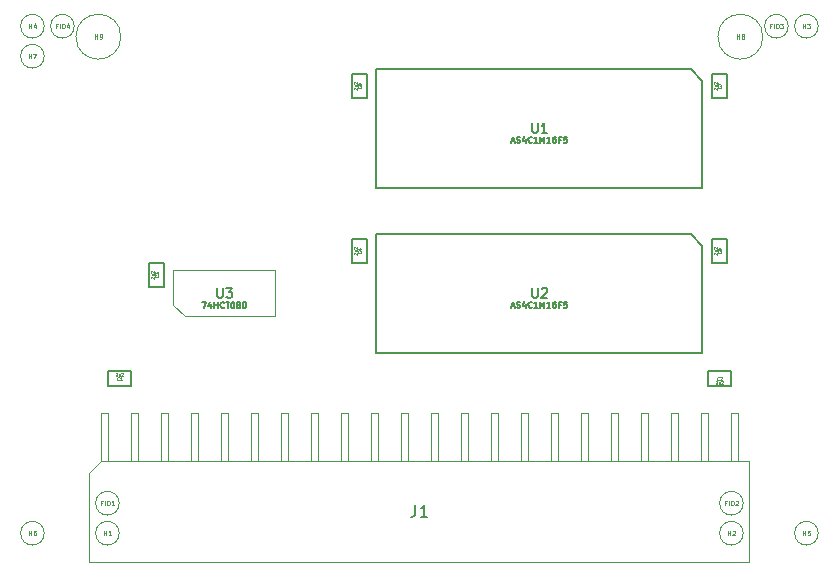
<source format=gbr>
G04 #@! TF.GenerationSoftware,KiCad,Pcbnew,(6.0.2-0)*
G04 #@! TF.CreationDate,2022-08-10T03:19:08-04:00*
G04 #@! TF.ProjectId,MacClassicRAMCard,4d616343-6c61-4737-9369-6352414d4361,rev?*
G04 #@! TF.SameCoordinates,Original*
G04 #@! TF.FileFunction,AssemblyDrawing,Top*
%FSLAX46Y46*%
G04 Gerber Fmt 4.6, Leading zero omitted, Abs format (unit mm)*
G04 Created by KiCad (PCBNEW (6.0.2-0)) date 2022-08-10 03:19:08*
%MOMM*%
%LPD*%
G01*
G04 APERTURE LIST*
%ADD10C,0.100000*%
%ADD11C,0.063500*%
%ADD12C,0.150000*%
%ADD13C,0.203200*%
%ADD14C,0.127000*%
G04 APERTURE END LIST*
D10*
X87579238Y-93144952D02*
X87579238Y-92744952D01*
X87579238Y-92935428D02*
X87807809Y-92935428D01*
X87807809Y-93144952D02*
X87807809Y-92744952D01*
X87960190Y-92744952D02*
X88226857Y-92744952D01*
X88055428Y-93144952D01*
X87579238Y-133530952D02*
X87579238Y-133130952D01*
X87579238Y-133321428D02*
X87807809Y-133321428D01*
X87807809Y-133530952D02*
X87807809Y-133130952D01*
X88169714Y-133130952D02*
X88093523Y-133130952D01*
X88055428Y-133150000D01*
X88036380Y-133169047D01*
X87998285Y-133226190D01*
X87979238Y-133302380D01*
X87979238Y-133454761D01*
X87998285Y-133492857D01*
X88017333Y-133511904D01*
X88055428Y-133530952D01*
X88131619Y-133530952D01*
X88169714Y-133511904D01*
X88188761Y-133492857D01*
X88207809Y-133454761D01*
X88207809Y-133359523D01*
X88188761Y-133321428D01*
X88169714Y-133302380D01*
X88131619Y-133283333D01*
X88055428Y-133283333D01*
X88017333Y-133302380D01*
X87998285Y-133321428D01*
X87979238Y-133359523D01*
X153111238Y-133530952D02*
X153111238Y-133130952D01*
X153111238Y-133321428D02*
X153339809Y-133321428D01*
X153339809Y-133530952D02*
X153339809Y-133130952D01*
X153720761Y-133130952D02*
X153530285Y-133130952D01*
X153511238Y-133321428D01*
X153530285Y-133302380D01*
X153568380Y-133283333D01*
X153663619Y-133283333D01*
X153701714Y-133302380D01*
X153720761Y-133321428D01*
X153739809Y-133359523D01*
X153739809Y-133454761D01*
X153720761Y-133492857D01*
X153701714Y-133511904D01*
X153663619Y-133530952D01*
X153568380Y-133530952D01*
X153530285Y-133511904D01*
X153511238Y-133492857D01*
X89995428Y-90395428D02*
X89862095Y-90395428D01*
X89862095Y-90604952D02*
X89862095Y-90204952D01*
X90052571Y-90204952D01*
X90204952Y-90604952D02*
X90204952Y-90204952D01*
X90395428Y-90604952D02*
X90395428Y-90204952D01*
X90490666Y-90204952D01*
X90547809Y-90224000D01*
X90585904Y-90262095D01*
X90604952Y-90300190D01*
X90624000Y-90376380D01*
X90624000Y-90433523D01*
X90604952Y-90509714D01*
X90585904Y-90547809D01*
X90547809Y-90585904D01*
X90490666Y-90604952D01*
X90395428Y-90604952D01*
X90966857Y-90338285D02*
X90966857Y-90604952D01*
X90871619Y-90185904D02*
X90776380Y-90471619D01*
X91024000Y-90471619D01*
D11*
X115660714Y-109477333D02*
X115672809Y-109489428D01*
X115684904Y-109525714D01*
X115684904Y-109549904D01*
X115672809Y-109586190D01*
X115648619Y-109610380D01*
X115624428Y-109622476D01*
X115576047Y-109634571D01*
X115539761Y-109634571D01*
X115491380Y-109622476D01*
X115467190Y-109610380D01*
X115443000Y-109586190D01*
X115430904Y-109549904D01*
X115430904Y-109525714D01*
X115443000Y-109489428D01*
X115455095Y-109477333D01*
X115515571Y-109259619D02*
X115684904Y-109259619D01*
X115418809Y-109320095D02*
X115600238Y-109380571D01*
X115600238Y-109223333D01*
X115105095Y-109743428D02*
X115093000Y-109731333D01*
X115080904Y-109707142D01*
X115080904Y-109646666D01*
X115093000Y-109622476D01*
X115105095Y-109610380D01*
X115129285Y-109598285D01*
X115153476Y-109598285D01*
X115189761Y-109610380D01*
X115334904Y-109755523D01*
X115334904Y-109598285D01*
X115165571Y-109380571D02*
X115334904Y-109380571D01*
X115165571Y-109489428D02*
X115298619Y-109489428D01*
X115322809Y-109477333D01*
X115334904Y-109453142D01*
X115334904Y-109416857D01*
X115322809Y-109392666D01*
X115310714Y-109380571D01*
X115105095Y-109271714D02*
X115093000Y-109259619D01*
X115080904Y-109235428D01*
X115080904Y-109174952D01*
X115093000Y-109150761D01*
X115105095Y-109138666D01*
X115129285Y-109126571D01*
X115153476Y-109126571D01*
X115189761Y-109138666D01*
X115334904Y-109283809D01*
X115334904Y-109126571D01*
X95207666Y-120359714D02*
X95195571Y-120371809D01*
X95159285Y-120383904D01*
X95135095Y-120383904D01*
X95098809Y-120371809D01*
X95074619Y-120347619D01*
X95062523Y-120323428D01*
X95050428Y-120275047D01*
X95050428Y-120238761D01*
X95062523Y-120190380D01*
X95074619Y-120166190D01*
X95098809Y-120142000D01*
X95135095Y-120129904D01*
X95159285Y-120129904D01*
X95195571Y-120142000D01*
X95207666Y-120154095D01*
X95449571Y-120383904D02*
X95304428Y-120383904D01*
X95377000Y-120383904D02*
X95377000Y-120129904D01*
X95352809Y-120166190D01*
X95328619Y-120190380D01*
X95304428Y-120202476D01*
X94941571Y-119804095D02*
X94953666Y-119792000D01*
X94977857Y-119779904D01*
X95038333Y-119779904D01*
X95062523Y-119792000D01*
X95074619Y-119804095D01*
X95086714Y-119828285D01*
X95086714Y-119852476D01*
X95074619Y-119888761D01*
X94929476Y-120033904D01*
X95086714Y-120033904D01*
X95304428Y-119864571D02*
X95304428Y-120033904D01*
X95195571Y-119864571D02*
X95195571Y-119997619D01*
X95207666Y-120021809D01*
X95231857Y-120033904D01*
X95268142Y-120033904D01*
X95292333Y-120021809D01*
X95304428Y-120009714D01*
X95413285Y-119804095D02*
X95425380Y-119792000D01*
X95449571Y-119779904D01*
X95510047Y-119779904D01*
X95534238Y-119792000D01*
X95546333Y-119804095D01*
X95558428Y-119828285D01*
X95558428Y-119852476D01*
X95546333Y-119888761D01*
X95401190Y-120033904D01*
X95558428Y-120033904D01*
X146140714Y-109477333D02*
X146152809Y-109489428D01*
X146164904Y-109525714D01*
X146164904Y-109549904D01*
X146152809Y-109586190D01*
X146128619Y-109610380D01*
X146104428Y-109622476D01*
X146056047Y-109634571D01*
X146019761Y-109634571D01*
X145971380Y-109622476D01*
X145947190Y-109610380D01*
X145923000Y-109586190D01*
X145910904Y-109549904D01*
X145910904Y-109525714D01*
X145923000Y-109489428D01*
X145935095Y-109477333D01*
X145910904Y-109247523D02*
X145910904Y-109368476D01*
X146031857Y-109380571D01*
X146019761Y-109368476D01*
X146007666Y-109344285D01*
X146007666Y-109283809D01*
X146019761Y-109259619D01*
X146031857Y-109247523D01*
X146056047Y-109235428D01*
X146116523Y-109235428D01*
X146140714Y-109247523D01*
X146152809Y-109259619D01*
X146164904Y-109283809D01*
X146164904Y-109344285D01*
X146152809Y-109368476D01*
X146140714Y-109380571D01*
X145585095Y-109743428D02*
X145573000Y-109731333D01*
X145560904Y-109707142D01*
X145560904Y-109646666D01*
X145573000Y-109622476D01*
X145585095Y-109610380D01*
X145609285Y-109598285D01*
X145633476Y-109598285D01*
X145669761Y-109610380D01*
X145814904Y-109755523D01*
X145814904Y-109598285D01*
X145645571Y-109380571D02*
X145814904Y-109380571D01*
X145645571Y-109489428D02*
X145778619Y-109489428D01*
X145802809Y-109477333D01*
X145814904Y-109453142D01*
X145814904Y-109416857D01*
X145802809Y-109392666D01*
X145790714Y-109380571D01*
X145585095Y-109271714D02*
X145573000Y-109259619D01*
X145560904Y-109235428D01*
X145560904Y-109174952D01*
X145573000Y-109150761D01*
X145585095Y-109138666D01*
X145609285Y-109126571D01*
X145633476Y-109126571D01*
X145669761Y-109138666D01*
X145814904Y-109283809D01*
X145814904Y-109126571D01*
D10*
X150447428Y-90395428D02*
X150314095Y-90395428D01*
X150314095Y-90604952D02*
X150314095Y-90204952D01*
X150504571Y-90204952D01*
X150656952Y-90604952D02*
X150656952Y-90204952D01*
X150847428Y-90604952D02*
X150847428Y-90204952D01*
X150942666Y-90204952D01*
X150999809Y-90224000D01*
X151037904Y-90262095D01*
X151056952Y-90300190D01*
X151076000Y-90376380D01*
X151076000Y-90433523D01*
X151056952Y-90509714D01*
X151037904Y-90547809D01*
X150999809Y-90585904D01*
X150942666Y-90604952D01*
X150847428Y-90604952D01*
X151209333Y-90204952D02*
X151456952Y-90204952D01*
X151323619Y-90357333D01*
X151380761Y-90357333D01*
X151418857Y-90376380D01*
X151437904Y-90395428D01*
X151456952Y-90433523D01*
X151456952Y-90528761D01*
X151437904Y-90566857D01*
X151418857Y-90585904D01*
X151380761Y-90604952D01*
X151266476Y-90604952D01*
X151228380Y-90585904D01*
X151209333Y-90566857D01*
X87579238Y-90604952D02*
X87579238Y-90204952D01*
X87579238Y-90395428D02*
X87807809Y-90395428D01*
X87807809Y-90604952D02*
X87807809Y-90204952D01*
X88169714Y-90338285D02*
X88169714Y-90604952D01*
X88074476Y-90185904D02*
X87979238Y-90471619D01*
X88226857Y-90471619D01*
X153111238Y-90604952D02*
X153111238Y-90204952D01*
X153111238Y-90395428D02*
X153339809Y-90395428D01*
X153339809Y-90604952D02*
X153339809Y-90204952D01*
X153492190Y-90204952D02*
X153739809Y-90204952D01*
X153606476Y-90357333D01*
X153663619Y-90357333D01*
X153701714Y-90376380D01*
X153720761Y-90395428D01*
X153739809Y-90433523D01*
X153739809Y-90528761D01*
X153720761Y-90566857D01*
X153701714Y-90585904D01*
X153663619Y-90604952D01*
X153549333Y-90604952D01*
X153511238Y-90585904D01*
X153492190Y-90566857D01*
D12*
X120316666Y-130957380D02*
X120316666Y-131671666D01*
X120269047Y-131814523D01*
X120173809Y-131909761D01*
X120030952Y-131957380D01*
X119935714Y-131957380D01*
X121316666Y-131957380D02*
X120745238Y-131957380D01*
X121030952Y-131957380D02*
X121030952Y-130957380D01*
X120935714Y-131100238D01*
X120840476Y-131195476D01*
X120745238Y-131243095D01*
D10*
X146761238Y-133530952D02*
X146761238Y-133130952D01*
X146761238Y-133321428D02*
X146989809Y-133321428D01*
X146989809Y-133530952D02*
X146989809Y-133130952D01*
X147161238Y-133169047D02*
X147180285Y-133150000D01*
X147218380Y-133130952D01*
X147313619Y-133130952D01*
X147351714Y-133150000D01*
X147370761Y-133169047D01*
X147389809Y-133207142D01*
X147389809Y-133245238D01*
X147370761Y-133302380D01*
X147142190Y-133530952D01*
X147389809Y-133530952D01*
X93805428Y-130781428D02*
X93672095Y-130781428D01*
X93672095Y-130990952D02*
X93672095Y-130590952D01*
X93862571Y-130590952D01*
X94014952Y-130990952D02*
X94014952Y-130590952D01*
X94205428Y-130990952D02*
X94205428Y-130590952D01*
X94300666Y-130590952D01*
X94357809Y-130610000D01*
X94395904Y-130648095D01*
X94414952Y-130686190D01*
X94434000Y-130762380D01*
X94434000Y-130819523D01*
X94414952Y-130895714D01*
X94395904Y-130933809D01*
X94357809Y-130971904D01*
X94300666Y-130990952D01*
X94205428Y-130990952D01*
X94814952Y-130990952D02*
X94586380Y-130990952D01*
X94700666Y-130990952D02*
X94700666Y-130590952D01*
X94662571Y-130648095D01*
X94624476Y-130686190D01*
X94586380Y-130705238D01*
X146637428Y-130781428D02*
X146504095Y-130781428D01*
X146504095Y-130990952D02*
X146504095Y-130590952D01*
X146694571Y-130590952D01*
X146846952Y-130990952D02*
X146846952Y-130590952D01*
X147037428Y-130990952D02*
X147037428Y-130590952D01*
X147132666Y-130590952D01*
X147189809Y-130610000D01*
X147227904Y-130648095D01*
X147246952Y-130686190D01*
X147266000Y-130762380D01*
X147266000Y-130819523D01*
X147246952Y-130895714D01*
X147227904Y-130933809D01*
X147189809Y-130971904D01*
X147132666Y-130990952D01*
X147037428Y-130990952D01*
X147418380Y-130629047D02*
X147437428Y-130610000D01*
X147475523Y-130590952D01*
X147570761Y-130590952D01*
X147608857Y-130610000D01*
X147627904Y-130629047D01*
X147646952Y-130667142D01*
X147646952Y-130705238D01*
X147627904Y-130762380D01*
X147399333Y-130990952D01*
X147646952Y-130990952D01*
D13*
X130190723Y-98614895D02*
X130190723Y-99272876D01*
X130229428Y-99350285D01*
X130268133Y-99388990D01*
X130345542Y-99427695D01*
X130500361Y-99427695D01*
X130577771Y-99388990D01*
X130616476Y-99350285D01*
X130655180Y-99272876D01*
X130655180Y-98614895D01*
X131467980Y-99427695D02*
X131003523Y-99427695D01*
X131235752Y-99427695D02*
X131235752Y-98614895D01*
X131158342Y-98731009D01*
X131080933Y-98808419D01*
X131003523Y-98847123D01*
D14*
X128475619Y-100144666D02*
X128717523Y-100144666D01*
X128427238Y-100289809D02*
X128596571Y-99781809D01*
X128765904Y-100289809D01*
X128911047Y-100265619D02*
X128983619Y-100289809D01*
X129104571Y-100289809D01*
X129152952Y-100265619D01*
X129177142Y-100241428D01*
X129201333Y-100193047D01*
X129201333Y-100144666D01*
X129177142Y-100096285D01*
X129152952Y-100072095D01*
X129104571Y-100047904D01*
X129007809Y-100023714D01*
X128959428Y-99999523D01*
X128935238Y-99975333D01*
X128911047Y-99926952D01*
X128911047Y-99878571D01*
X128935238Y-99830190D01*
X128959428Y-99806000D01*
X129007809Y-99781809D01*
X129128761Y-99781809D01*
X129201333Y-99806000D01*
X129636761Y-99951142D02*
X129636761Y-100289809D01*
X129515809Y-99757619D02*
X129394857Y-100120476D01*
X129709333Y-100120476D01*
X130193142Y-100241428D02*
X130168952Y-100265619D01*
X130096380Y-100289809D01*
X130048000Y-100289809D01*
X129975428Y-100265619D01*
X129927047Y-100217238D01*
X129902857Y-100168857D01*
X129878666Y-100072095D01*
X129878666Y-99999523D01*
X129902857Y-99902761D01*
X129927047Y-99854380D01*
X129975428Y-99806000D01*
X130048000Y-99781809D01*
X130096380Y-99781809D01*
X130168952Y-99806000D01*
X130193142Y-99830190D01*
X130676952Y-100289809D02*
X130386666Y-100289809D01*
X130531809Y-100289809D02*
X130531809Y-99781809D01*
X130483428Y-99854380D01*
X130435047Y-99902761D01*
X130386666Y-99926952D01*
X130894666Y-100289809D02*
X130894666Y-99781809D01*
X131064000Y-100144666D01*
X131233333Y-99781809D01*
X131233333Y-100289809D01*
X131741333Y-100289809D02*
X131451047Y-100289809D01*
X131596190Y-100289809D02*
X131596190Y-99781809D01*
X131547809Y-99854380D01*
X131499428Y-99902761D01*
X131451047Y-99926952D01*
X132176761Y-99781809D02*
X132080000Y-99781809D01*
X132031619Y-99806000D01*
X132007428Y-99830190D01*
X131959047Y-99902761D01*
X131934857Y-99999523D01*
X131934857Y-100193047D01*
X131959047Y-100241428D01*
X131983238Y-100265619D01*
X132031619Y-100289809D01*
X132128380Y-100289809D01*
X132176761Y-100265619D01*
X132200952Y-100241428D01*
X132225142Y-100193047D01*
X132225142Y-100072095D01*
X132200952Y-100023714D01*
X132176761Y-99999523D01*
X132128380Y-99975333D01*
X132031619Y-99975333D01*
X131983238Y-99999523D01*
X131959047Y-100023714D01*
X131934857Y-100072095D01*
X132612190Y-100023714D02*
X132442857Y-100023714D01*
X132442857Y-100289809D02*
X132442857Y-99781809D01*
X132684761Y-99781809D01*
X133120190Y-99781809D02*
X132878285Y-99781809D01*
X132854095Y-100023714D01*
X132878285Y-99999523D01*
X132926666Y-99975333D01*
X133047619Y-99975333D01*
X133096000Y-99999523D01*
X133120190Y-100023714D01*
X133144380Y-100072095D01*
X133144380Y-100193047D01*
X133120190Y-100241428D01*
X133096000Y-100265619D01*
X133047619Y-100289809D01*
X132926666Y-100289809D01*
X132878285Y-100265619D01*
X132854095Y-100241428D01*
D13*
X103520723Y-112584895D02*
X103520723Y-113242876D01*
X103559428Y-113320285D01*
X103598133Y-113358990D01*
X103675542Y-113397695D01*
X103830361Y-113397695D01*
X103907771Y-113358990D01*
X103946476Y-113320285D01*
X103985180Y-113242876D01*
X103985180Y-112584895D01*
X104294819Y-112584895D02*
X104797980Y-112584895D01*
X104527047Y-112894533D01*
X104643161Y-112894533D01*
X104720571Y-112933238D01*
X104759276Y-112971942D01*
X104797980Y-113049352D01*
X104797980Y-113242876D01*
X104759276Y-113320285D01*
X104720571Y-113358990D01*
X104643161Y-113397695D01*
X104410933Y-113397695D01*
X104333523Y-113358990D01*
X104294819Y-113320285D01*
D14*
X102277333Y-113767809D02*
X102616000Y-113767809D01*
X102398285Y-114275809D01*
X103027238Y-113937142D02*
X103027238Y-114275809D01*
X102906285Y-113743619D02*
X102785333Y-114106476D01*
X103099809Y-114106476D01*
X103293333Y-114275809D02*
X103293333Y-113767809D01*
X103293333Y-114009714D02*
X103583619Y-114009714D01*
X103583619Y-114275809D02*
X103583619Y-113767809D01*
X104115809Y-114227428D02*
X104091619Y-114251619D01*
X104019047Y-114275809D01*
X103970666Y-114275809D01*
X103898095Y-114251619D01*
X103849714Y-114203238D01*
X103825523Y-114154857D01*
X103801333Y-114058095D01*
X103801333Y-113985523D01*
X103825523Y-113888761D01*
X103849714Y-113840380D01*
X103898095Y-113792000D01*
X103970666Y-113767809D01*
X104019047Y-113767809D01*
X104091619Y-113792000D01*
X104115809Y-113816190D01*
X104260952Y-113767809D02*
X104551238Y-113767809D01*
X104406095Y-114275809D02*
X104406095Y-113767809D01*
X104817333Y-113767809D02*
X104865714Y-113767809D01*
X104914095Y-113792000D01*
X104938285Y-113816190D01*
X104962476Y-113864571D01*
X104986666Y-113961333D01*
X104986666Y-114082285D01*
X104962476Y-114179047D01*
X104938285Y-114227428D01*
X104914095Y-114251619D01*
X104865714Y-114275809D01*
X104817333Y-114275809D01*
X104768952Y-114251619D01*
X104744761Y-114227428D01*
X104720571Y-114179047D01*
X104696380Y-114082285D01*
X104696380Y-113961333D01*
X104720571Y-113864571D01*
X104744761Y-113816190D01*
X104768952Y-113792000D01*
X104817333Y-113767809D01*
X105276952Y-113985523D02*
X105228571Y-113961333D01*
X105204380Y-113937142D01*
X105180190Y-113888761D01*
X105180190Y-113864571D01*
X105204380Y-113816190D01*
X105228571Y-113792000D01*
X105276952Y-113767809D01*
X105373714Y-113767809D01*
X105422095Y-113792000D01*
X105446285Y-113816190D01*
X105470476Y-113864571D01*
X105470476Y-113888761D01*
X105446285Y-113937142D01*
X105422095Y-113961333D01*
X105373714Y-113985523D01*
X105276952Y-113985523D01*
X105228571Y-114009714D01*
X105204380Y-114033904D01*
X105180190Y-114082285D01*
X105180190Y-114179047D01*
X105204380Y-114227428D01*
X105228571Y-114251619D01*
X105276952Y-114275809D01*
X105373714Y-114275809D01*
X105422095Y-114251619D01*
X105446285Y-114227428D01*
X105470476Y-114179047D01*
X105470476Y-114082285D01*
X105446285Y-114033904D01*
X105422095Y-114009714D01*
X105373714Y-113985523D01*
X105688190Y-114275809D02*
X105688190Y-113767809D01*
X105809142Y-113767809D01*
X105881714Y-113792000D01*
X105930095Y-113840380D01*
X105954285Y-113888761D01*
X105978476Y-113985523D01*
X105978476Y-114058095D01*
X105954285Y-114154857D01*
X105930095Y-114203238D01*
X105881714Y-114251619D01*
X105809142Y-114275809D01*
X105688190Y-114275809D01*
D13*
X130190723Y-112584895D02*
X130190723Y-113242876D01*
X130229428Y-113320285D01*
X130268133Y-113358990D01*
X130345542Y-113397695D01*
X130500361Y-113397695D01*
X130577771Y-113358990D01*
X130616476Y-113320285D01*
X130655180Y-113242876D01*
X130655180Y-112584895D01*
X131003523Y-112662304D02*
X131042228Y-112623600D01*
X131119638Y-112584895D01*
X131313161Y-112584895D01*
X131390571Y-112623600D01*
X131429276Y-112662304D01*
X131467980Y-112739714D01*
X131467980Y-112817123D01*
X131429276Y-112933238D01*
X130964819Y-113397695D01*
X131467980Y-113397695D01*
D14*
X128475619Y-114114666D02*
X128717523Y-114114666D01*
X128427238Y-114259809D02*
X128596571Y-113751809D01*
X128765904Y-114259809D01*
X128911047Y-114235619D02*
X128983619Y-114259809D01*
X129104571Y-114259809D01*
X129152952Y-114235619D01*
X129177142Y-114211428D01*
X129201333Y-114163047D01*
X129201333Y-114114666D01*
X129177142Y-114066285D01*
X129152952Y-114042095D01*
X129104571Y-114017904D01*
X129007809Y-113993714D01*
X128959428Y-113969523D01*
X128935238Y-113945333D01*
X128911047Y-113896952D01*
X128911047Y-113848571D01*
X128935238Y-113800190D01*
X128959428Y-113776000D01*
X129007809Y-113751809D01*
X129128761Y-113751809D01*
X129201333Y-113776000D01*
X129636761Y-113921142D02*
X129636761Y-114259809D01*
X129515809Y-113727619D02*
X129394857Y-114090476D01*
X129709333Y-114090476D01*
X130193142Y-114211428D02*
X130168952Y-114235619D01*
X130096380Y-114259809D01*
X130048000Y-114259809D01*
X129975428Y-114235619D01*
X129927047Y-114187238D01*
X129902857Y-114138857D01*
X129878666Y-114042095D01*
X129878666Y-113969523D01*
X129902857Y-113872761D01*
X129927047Y-113824380D01*
X129975428Y-113776000D01*
X130048000Y-113751809D01*
X130096380Y-113751809D01*
X130168952Y-113776000D01*
X130193142Y-113800190D01*
X130676952Y-114259809D02*
X130386666Y-114259809D01*
X130531809Y-114259809D02*
X130531809Y-113751809D01*
X130483428Y-113824380D01*
X130435047Y-113872761D01*
X130386666Y-113896952D01*
X130894666Y-114259809D02*
X130894666Y-113751809D01*
X131064000Y-114114666D01*
X131233333Y-113751809D01*
X131233333Y-114259809D01*
X131741333Y-114259809D02*
X131451047Y-114259809D01*
X131596190Y-114259809D02*
X131596190Y-113751809D01*
X131547809Y-113824380D01*
X131499428Y-113872761D01*
X131451047Y-113896952D01*
X132176761Y-113751809D02*
X132080000Y-113751809D01*
X132031619Y-113776000D01*
X132007428Y-113800190D01*
X131959047Y-113872761D01*
X131934857Y-113969523D01*
X131934857Y-114163047D01*
X131959047Y-114211428D01*
X131983238Y-114235619D01*
X132031619Y-114259809D01*
X132128380Y-114259809D01*
X132176761Y-114235619D01*
X132200952Y-114211428D01*
X132225142Y-114163047D01*
X132225142Y-114042095D01*
X132200952Y-113993714D01*
X132176761Y-113969523D01*
X132128380Y-113945333D01*
X132031619Y-113945333D01*
X131983238Y-113969523D01*
X131959047Y-113993714D01*
X131934857Y-114042095D01*
X132612190Y-113993714D02*
X132442857Y-113993714D01*
X132442857Y-114259809D02*
X132442857Y-113751809D01*
X132684761Y-113751809D01*
X133120190Y-113751809D02*
X132878285Y-113751809D01*
X132854095Y-113993714D01*
X132878285Y-113969523D01*
X132926666Y-113945333D01*
X133047619Y-113945333D01*
X133096000Y-113969523D01*
X133120190Y-113993714D01*
X133144380Y-114042095D01*
X133144380Y-114163047D01*
X133120190Y-114211428D01*
X133096000Y-114235619D01*
X133047619Y-114259809D01*
X132926666Y-114259809D01*
X132878285Y-114235619D01*
X132854095Y-114211428D01*
D11*
X146007666Y-120359714D02*
X145995571Y-120371809D01*
X145959285Y-120383904D01*
X145935095Y-120383904D01*
X145898809Y-120371809D01*
X145874619Y-120347619D01*
X145862523Y-120323428D01*
X145850428Y-120275047D01*
X145850428Y-120238761D01*
X145862523Y-120190380D01*
X145874619Y-120166190D01*
X145898809Y-120142000D01*
X145935095Y-120129904D01*
X145959285Y-120129904D01*
X145995571Y-120142000D01*
X146007666Y-120154095D01*
X146104428Y-120154095D02*
X146116523Y-120142000D01*
X146140714Y-120129904D01*
X146201190Y-120129904D01*
X146225380Y-120142000D01*
X146237476Y-120154095D01*
X146249571Y-120178285D01*
X146249571Y-120202476D01*
X146237476Y-120238761D01*
X146092333Y-120383904D01*
X146249571Y-120383904D01*
X145741571Y-120504095D02*
X145753666Y-120492000D01*
X145777857Y-120479904D01*
X145838333Y-120479904D01*
X145862523Y-120492000D01*
X145874619Y-120504095D01*
X145886714Y-120528285D01*
X145886714Y-120552476D01*
X145874619Y-120588761D01*
X145729476Y-120733904D01*
X145886714Y-120733904D01*
X146104428Y-120564571D02*
X146104428Y-120733904D01*
X145995571Y-120564571D02*
X145995571Y-120697619D01*
X146007666Y-120721809D01*
X146031857Y-120733904D01*
X146068142Y-120733904D01*
X146092333Y-120721809D01*
X146104428Y-120709714D01*
X146213285Y-120504095D02*
X146225380Y-120492000D01*
X146249571Y-120479904D01*
X146310047Y-120479904D01*
X146334238Y-120492000D01*
X146346333Y-120504095D01*
X146358428Y-120528285D01*
X146358428Y-120552476D01*
X146346333Y-120588761D01*
X146201190Y-120733904D01*
X146358428Y-120733904D01*
X98515714Y-111509333D02*
X98527809Y-111521428D01*
X98539904Y-111557714D01*
X98539904Y-111581904D01*
X98527809Y-111618190D01*
X98503619Y-111642380D01*
X98479428Y-111654476D01*
X98431047Y-111666571D01*
X98394761Y-111666571D01*
X98346380Y-111654476D01*
X98322190Y-111642380D01*
X98298000Y-111618190D01*
X98285904Y-111581904D01*
X98285904Y-111557714D01*
X98298000Y-111521428D01*
X98310095Y-111509333D01*
X98285904Y-111424666D02*
X98285904Y-111267428D01*
X98382666Y-111352095D01*
X98382666Y-111315809D01*
X98394761Y-111291619D01*
X98406857Y-111279523D01*
X98431047Y-111267428D01*
X98491523Y-111267428D01*
X98515714Y-111279523D01*
X98527809Y-111291619D01*
X98539904Y-111315809D01*
X98539904Y-111388380D01*
X98527809Y-111412571D01*
X98515714Y-111424666D01*
X97960095Y-111775428D02*
X97948000Y-111763333D01*
X97935904Y-111739142D01*
X97935904Y-111678666D01*
X97948000Y-111654476D01*
X97960095Y-111642380D01*
X97984285Y-111630285D01*
X98008476Y-111630285D01*
X98044761Y-111642380D01*
X98189904Y-111787523D01*
X98189904Y-111630285D01*
X98020571Y-111412571D02*
X98189904Y-111412571D01*
X98020571Y-111521428D02*
X98153619Y-111521428D01*
X98177809Y-111509333D01*
X98189904Y-111485142D01*
X98189904Y-111448857D01*
X98177809Y-111424666D01*
X98165714Y-111412571D01*
X97960095Y-111303714D02*
X97948000Y-111291619D01*
X97935904Y-111267428D01*
X97935904Y-111206952D01*
X97948000Y-111182761D01*
X97960095Y-111170666D01*
X97984285Y-111158571D01*
X98008476Y-111158571D01*
X98044761Y-111170666D01*
X98189904Y-111315809D01*
X98189904Y-111158571D01*
X146140714Y-95507333D02*
X146152809Y-95519428D01*
X146164904Y-95555714D01*
X146164904Y-95579904D01*
X146152809Y-95616190D01*
X146128619Y-95640380D01*
X146104428Y-95652476D01*
X146056047Y-95664571D01*
X146019761Y-95664571D01*
X145971380Y-95652476D01*
X145947190Y-95640380D01*
X145923000Y-95616190D01*
X145910904Y-95579904D01*
X145910904Y-95555714D01*
X145923000Y-95519428D01*
X145935095Y-95507333D01*
X145910904Y-95422666D02*
X145910904Y-95253333D01*
X146164904Y-95362190D01*
X145585095Y-95773428D02*
X145573000Y-95761333D01*
X145560904Y-95737142D01*
X145560904Y-95676666D01*
X145573000Y-95652476D01*
X145585095Y-95640380D01*
X145609285Y-95628285D01*
X145633476Y-95628285D01*
X145669761Y-95640380D01*
X145814904Y-95785523D01*
X145814904Y-95628285D01*
X145645571Y-95410571D02*
X145814904Y-95410571D01*
X145645571Y-95519428D02*
X145778619Y-95519428D01*
X145802809Y-95507333D01*
X145814904Y-95483142D01*
X145814904Y-95446857D01*
X145802809Y-95422666D01*
X145790714Y-95410571D01*
X145585095Y-95301714D02*
X145573000Y-95289619D01*
X145560904Y-95265428D01*
X145560904Y-95204952D01*
X145573000Y-95180761D01*
X145585095Y-95168666D01*
X145609285Y-95156571D01*
X145633476Y-95156571D01*
X145669761Y-95168666D01*
X145814904Y-95313809D01*
X145814904Y-95156571D01*
X115660714Y-95507333D02*
X115672809Y-95519428D01*
X115684904Y-95555714D01*
X115684904Y-95579904D01*
X115672809Y-95616190D01*
X115648619Y-95640380D01*
X115624428Y-95652476D01*
X115576047Y-95664571D01*
X115539761Y-95664571D01*
X115491380Y-95652476D01*
X115467190Y-95640380D01*
X115443000Y-95616190D01*
X115430904Y-95579904D01*
X115430904Y-95555714D01*
X115443000Y-95519428D01*
X115455095Y-95507333D01*
X115430904Y-95289619D02*
X115430904Y-95338000D01*
X115443000Y-95362190D01*
X115455095Y-95374285D01*
X115491380Y-95398476D01*
X115539761Y-95410571D01*
X115636523Y-95410571D01*
X115660714Y-95398476D01*
X115672809Y-95386380D01*
X115684904Y-95362190D01*
X115684904Y-95313809D01*
X115672809Y-95289619D01*
X115660714Y-95277523D01*
X115636523Y-95265428D01*
X115576047Y-95265428D01*
X115551857Y-95277523D01*
X115539761Y-95289619D01*
X115527666Y-95313809D01*
X115527666Y-95362190D01*
X115539761Y-95386380D01*
X115551857Y-95398476D01*
X115576047Y-95410571D01*
X115105095Y-95773428D02*
X115093000Y-95761333D01*
X115080904Y-95737142D01*
X115080904Y-95676666D01*
X115093000Y-95652476D01*
X115105095Y-95640380D01*
X115129285Y-95628285D01*
X115153476Y-95628285D01*
X115189761Y-95640380D01*
X115334904Y-95785523D01*
X115334904Y-95628285D01*
X115165571Y-95410571D02*
X115334904Y-95410571D01*
X115165571Y-95519428D02*
X115298619Y-95519428D01*
X115322809Y-95507333D01*
X115334904Y-95483142D01*
X115334904Y-95446857D01*
X115322809Y-95422666D01*
X115310714Y-95410571D01*
X115105095Y-95301714D02*
X115093000Y-95289619D01*
X115080904Y-95265428D01*
X115080904Y-95204952D01*
X115093000Y-95180761D01*
X115105095Y-95168666D01*
X115129285Y-95156571D01*
X115153476Y-95156571D01*
X115189761Y-95168666D01*
X115334904Y-95313809D01*
X115334904Y-95156571D01*
D10*
X93929238Y-133530952D02*
X93929238Y-133130952D01*
X93929238Y-133321428D02*
X94157809Y-133321428D01*
X94157809Y-133530952D02*
X94157809Y-133130952D01*
X94557809Y-133530952D02*
X94329238Y-133530952D01*
X94443523Y-133530952D02*
X94443523Y-133130952D01*
X94405428Y-133188095D01*
X94367333Y-133226190D01*
X94329238Y-133245238D01*
X93167238Y-91493952D02*
X93167238Y-91093952D01*
X93167238Y-91284428D02*
X93395809Y-91284428D01*
X93395809Y-91493952D02*
X93395809Y-91093952D01*
X93605333Y-91493952D02*
X93681523Y-91493952D01*
X93719619Y-91474904D01*
X93738666Y-91455857D01*
X93776761Y-91398714D01*
X93795809Y-91322523D01*
X93795809Y-91170142D01*
X93776761Y-91132047D01*
X93757714Y-91113000D01*
X93719619Y-91093952D01*
X93643428Y-91093952D01*
X93605333Y-91113000D01*
X93586285Y-91132047D01*
X93567238Y-91170142D01*
X93567238Y-91265380D01*
X93586285Y-91303476D01*
X93605333Y-91322523D01*
X93643428Y-91341571D01*
X93719619Y-91341571D01*
X93757714Y-91322523D01*
X93776761Y-91303476D01*
X93795809Y-91265380D01*
X147523238Y-91493952D02*
X147523238Y-91093952D01*
X147523238Y-91284428D02*
X147751809Y-91284428D01*
X147751809Y-91493952D02*
X147751809Y-91093952D01*
X147999428Y-91265380D02*
X147961333Y-91246333D01*
X147942285Y-91227285D01*
X147923238Y-91189190D01*
X147923238Y-91170142D01*
X147942285Y-91132047D01*
X147961333Y-91113000D01*
X147999428Y-91093952D01*
X148075619Y-91093952D01*
X148113714Y-91113000D01*
X148132761Y-91132047D01*
X148151809Y-91170142D01*
X148151809Y-91189190D01*
X148132761Y-91227285D01*
X148113714Y-91246333D01*
X148075619Y-91265380D01*
X147999428Y-91265380D01*
X147961333Y-91284428D01*
X147942285Y-91303476D01*
X147923238Y-91341571D01*
X147923238Y-91417761D01*
X147942285Y-91455857D01*
X147961333Y-91474904D01*
X147999428Y-91493952D01*
X148075619Y-91493952D01*
X148113714Y-91474904D01*
X148132761Y-91455857D01*
X148151809Y-91417761D01*
X148151809Y-91341571D01*
X148132761Y-91303476D01*
X148113714Y-91284428D01*
X148075619Y-91265380D01*
X88884000Y-92964000D02*
G75*
G03*
X88884000Y-92964000I-1000000J0D01*
G01*
X88884000Y-133350000D02*
G75*
G03*
X88884000Y-133350000I-1000000J0D01*
G01*
X154416000Y-133350000D02*
G75*
G03*
X154416000Y-133350000I-1000000J0D01*
G01*
X91424000Y-90424000D02*
G75*
G03*
X91424000Y-90424000I-1000000J0D01*
G01*
D12*
X116195000Y-110435000D02*
X114945000Y-110435000D01*
X114945000Y-110435000D02*
X114945000Y-108435000D01*
X116195000Y-108435000D02*
X116195000Y-110435000D01*
X114945000Y-108435000D02*
X116195000Y-108435000D01*
X96250000Y-120894000D02*
X94250000Y-120894000D01*
X94250000Y-120894000D02*
X94250000Y-119644000D01*
X94250000Y-119644000D02*
X96250000Y-119644000D01*
X96250000Y-119644000D02*
X96250000Y-120894000D01*
X145425000Y-108435000D02*
X146675000Y-108435000D01*
X146675000Y-110435000D02*
X145425000Y-110435000D01*
X146675000Y-108435000D02*
X146675000Y-110435000D01*
X145425000Y-110435000D02*
X145425000Y-108435000D01*
D10*
X151876000Y-90424000D02*
G75*
G03*
X151876000Y-90424000I-1000000J0D01*
G01*
X88884000Y-90424000D02*
G75*
G03*
X88884000Y-90424000I-1000000J0D01*
G01*
X154416000Y-90424000D02*
G75*
G03*
X154416000Y-90424000I-1000000J0D01*
G01*
X114000000Y-123190000D02*
X114000000Y-127250000D01*
X124160000Y-123190000D02*
X124160000Y-127250000D01*
X137460000Y-127250000D02*
X137460000Y-123190000D01*
X121620000Y-123190000D02*
X121620000Y-127250000D01*
X106380000Y-123190000D02*
X106380000Y-127250000D01*
X119080000Y-123190000D02*
X119080000Y-127250000D01*
X140000000Y-123190000D02*
X139400000Y-123190000D01*
X144480000Y-123190000D02*
X144480000Y-127250000D01*
X136860000Y-123190000D02*
X136860000Y-127250000D01*
X109520000Y-123190000D02*
X108920000Y-123190000D01*
X129840000Y-123190000D02*
X129240000Y-123190000D01*
X93680000Y-127250000D02*
X148590000Y-127250000D01*
X145080000Y-123190000D02*
X144480000Y-123190000D01*
X104440000Y-127250000D02*
X104440000Y-123190000D01*
X145080000Y-127250000D02*
X145080000Y-123190000D01*
X122220000Y-127250000D02*
X122220000Y-123190000D01*
X108920000Y-123190000D02*
X108920000Y-127250000D01*
X132380000Y-127250000D02*
X132380000Y-123190000D01*
X101900000Y-123190000D02*
X101300000Y-123190000D01*
X117140000Y-123190000D02*
X116540000Y-123190000D01*
X94280000Y-127250000D02*
X94280000Y-123190000D01*
X119680000Y-123190000D02*
X119080000Y-123190000D01*
X140000000Y-127250000D02*
X140000000Y-123190000D01*
X96220000Y-123190000D02*
X96220000Y-127250000D01*
X98760000Y-123190000D02*
X98760000Y-127250000D01*
X94280000Y-123190000D02*
X93680000Y-123190000D01*
X132380000Y-123190000D02*
X131780000Y-123190000D01*
X148590000Y-127250000D02*
X148590000Y-135760000D01*
X124760000Y-123190000D02*
X124160000Y-123190000D01*
X129840000Y-127250000D02*
X129840000Y-123190000D01*
X112060000Y-123190000D02*
X111460000Y-123190000D01*
X127300000Y-123190000D02*
X126700000Y-123190000D01*
X127300000Y-127250000D02*
X127300000Y-123190000D01*
X104440000Y-123190000D02*
X103840000Y-123190000D01*
X147020000Y-123190000D02*
X147020000Y-127250000D01*
X112060000Y-127250000D02*
X112060000Y-123190000D01*
X106980000Y-127250000D02*
X106980000Y-123190000D01*
X101300000Y-123190000D02*
X101300000Y-127250000D01*
X134920000Y-127250000D02*
X134920000Y-123190000D01*
X106980000Y-123190000D02*
X106380000Y-123190000D01*
X114600000Y-123190000D02*
X114000000Y-123190000D01*
X114600000Y-127250000D02*
X114600000Y-123190000D01*
X117140000Y-127250000D02*
X117140000Y-123190000D01*
X137460000Y-123190000D02*
X136860000Y-123190000D01*
X96820000Y-127250000D02*
X96820000Y-123190000D01*
X129240000Y-123190000D02*
X129240000Y-127250000D01*
X141940000Y-123190000D02*
X141940000Y-127250000D01*
X109520000Y-127250000D02*
X109520000Y-123190000D01*
X99360000Y-127250000D02*
X99360000Y-123190000D01*
X131780000Y-123190000D02*
X131780000Y-127250000D01*
X142540000Y-123190000D02*
X141940000Y-123190000D01*
X139400000Y-123190000D02*
X139400000Y-127250000D01*
X119680000Y-127250000D02*
X119680000Y-123190000D01*
X99360000Y-123190000D02*
X98760000Y-123190000D01*
X101900000Y-127250000D02*
X101900000Y-123190000D01*
X147620000Y-123190000D02*
X147020000Y-123190000D01*
X124760000Y-127250000D02*
X124760000Y-123190000D01*
X92710000Y-128220000D02*
X93680000Y-127250000D01*
X92710000Y-128220000D02*
X92710000Y-135760000D01*
X96820000Y-123190000D02*
X96220000Y-123190000D01*
X134920000Y-123190000D02*
X134320000Y-123190000D01*
X111460000Y-123190000D02*
X111460000Y-127250000D01*
X126700000Y-123190000D02*
X126700000Y-127250000D01*
X147620000Y-127250000D02*
X147620000Y-123190000D01*
X134320000Y-123190000D02*
X134320000Y-127250000D01*
X122220000Y-123190000D02*
X121620000Y-123190000D01*
X148590000Y-135760000D02*
X92710000Y-135760000D01*
X93680000Y-123190000D02*
X93680000Y-127250000D01*
X142540000Y-127250000D02*
X142540000Y-123190000D01*
X103840000Y-123190000D02*
X103840000Y-127250000D01*
X116540000Y-123190000D02*
X116540000Y-127250000D01*
X148066000Y-133350000D02*
G75*
G03*
X148066000Y-133350000I-1000000J0D01*
G01*
X95234000Y-130810000D02*
G75*
G03*
X95234000Y-130810000I-1000000J0D01*
G01*
X148066000Y-130810000D02*
G75*
G03*
X148066000Y-130810000I-1000000J0D01*
G01*
D12*
X143605000Y-94040000D02*
X144605000Y-95040000D01*
X143605000Y-94040000D02*
X117015000Y-94040000D01*
X117015000Y-104080000D02*
X117015000Y-94040000D01*
X144605000Y-95040000D02*
X144605000Y-104080000D01*
X144605000Y-104080000D02*
X117015000Y-104080000D01*
D10*
X108455000Y-111080000D02*
X108455000Y-114980000D01*
X100800000Y-114980000D02*
X99825000Y-114005000D01*
X108455000Y-114980000D02*
X100800000Y-114980000D01*
X99825000Y-111080000D02*
X108455000Y-111080000D01*
X99825000Y-114005000D02*
X99825000Y-111080000D01*
D12*
X144605000Y-118050000D02*
X117015000Y-118050000D01*
X143605000Y-108010000D02*
X117015000Y-108010000D01*
X144605000Y-109010000D02*
X144605000Y-118050000D01*
X143605000Y-108010000D02*
X144605000Y-109010000D01*
X117015000Y-118050000D02*
X117015000Y-108010000D01*
X147050000Y-119644000D02*
X147050000Y-120894000D01*
X147050000Y-120894000D02*
X145050000Y-120894000D01*
X145050000Y-120894000D02*
X145050000Y-119644000D01*
X145050000Y-119644000D02*
X147050000Y-119644000D01*
X97800000Y-112467000D02*
X97800000Y-110467000D01*
X97800000Y-110467000D02*
X99050000Y-110467000D01*
X99050000Y-110467000D02*
X99050000Y-112467000D01*
X99050000Y-112467000D02*
X97800000Y-112467000D01*
X145425000Y-96465000D02*
X145425000Y-94465000D01*
X145425000Y-94465000D02*
X146675000Y-94465000D01*
X146675000Y-94465000D02*
X146675000Y-96465000D01*
X146675000Y-96465000D02*
X145425000Y-96465000D01*
X116195000Y-96465000D02*
X114945000Y-96465000D01*
X114945000Y-96465000D02*
X114945000Y-94465000D01*
X114945000Y-94465000D02*
X116195000Y-94465000D01*
X116195000Y-94465000D02*
X116195000Y-96465000D01*
D10*
X95234000Y-133350000D02*
G75*
G03*
X95234000Y-133350000I-1000000J0D01*
G01*
X95372000Y-91313000D02*
G75*
G03*
X95372000Y-91313000I-1900000J0D01*
G01*
X149728000Y-91313000D02*
G75*
G03*
X149728000Y-91313000I-1900000J0D01*
G01*
M02*

</source>
